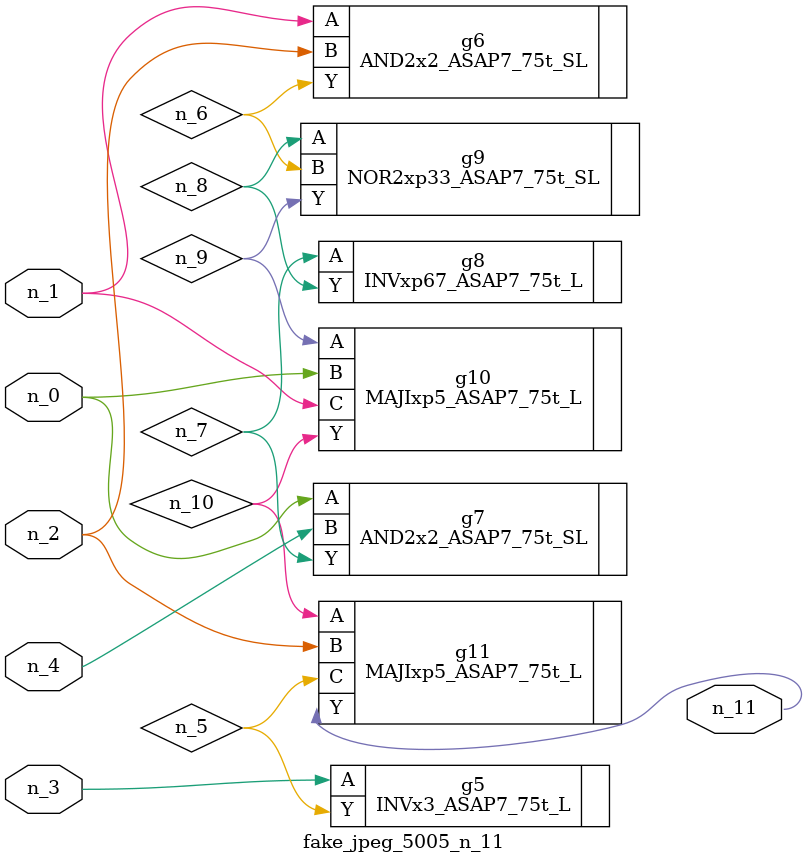
<source format=v>
module fake_jpeg_5005_n_11 (n_3, n_2, n_1, n_0, n_4, n_11);

input n_3;
input n_2;
input n_1;
input n_0;
input n_4;

output n_11;

wire n_10;
wire n_8;
wire n_9;
wire n_6;
wire n_5;
wire n_7;

INVx3_ASAP7_75t_L g5 ( 
.A(n_3),
.Y(n_5)
);

AND2x2_ASAP7_75t_SL g6 ( 
.A(n_1),
.B(n_2),
.Y(n_6)
);

AND2x2_ASAP7_75t_SL g7 ( 
.A(n_0),
.B(n_4),
.Y(n_7)
);

INVxp67_ASAP7_75t_L g8 ( 
.A(n_7),
.Y(n_8)
);

NOR2xp33_ASAP7_75t_SL g9 ( 
.A(n_8),
.B(n_6),
.Y(n_9)
);

MAJIxp5_ASAP7_75t_L g10 ( 
.A(n_9),
.B(n_0),
.C(n_1),
.Y(n_10)
);

MAJIxp5_ASAP7_75t_L g11 ( 
.A(n_10),
.B(n_2),
.C(n_5),
.Y(n_11)
);


endmodule
</source>
